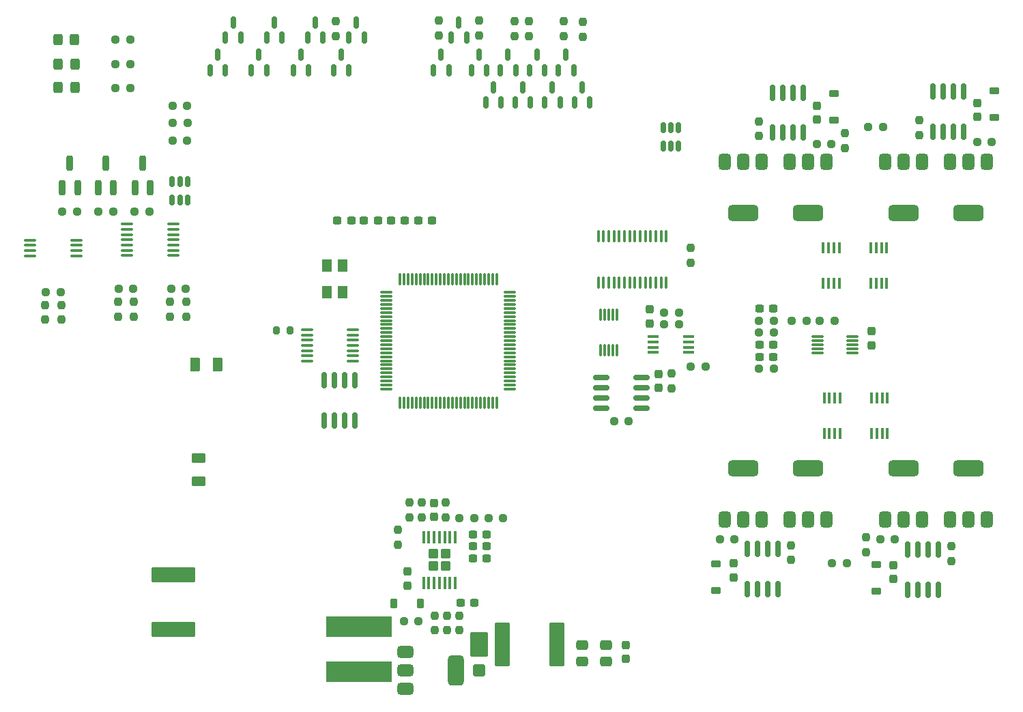
<source format=gbr>
%TF.GenerationSoftware,KiCad,Pcbnew,8.0.1*%
%TF.CreationDate,2024-10-23T11:49:59+02:00*%
%TF.ProjectId,ultrasonic_V3_HW,756c7472-6173-46f6-9e69-635f56335f48,rev?*%
%TF.SameCoordinates,Original*%
%TF.FileFunction,Paste,Top*%
%TF.FilePolarity,Positive*%
%FSLAX46Y46*%
G04 Gerber Fmt 4.6, Leading zero omitted, Abs format (unit mm)*
G04 Created by KiCad (PCBNEW 8.0.1) date 2024-10-23 11:49:59*
%MOMM*%
%LPD*%
G01*
G04 APERTURE LIST*
G04 Aperture macros list*
%AMRoundRect*
0 Rectangle with rounded corners*
0 $1 Rounding radius*
0 $2 $3 $4 $5 $6 $7 $8 $9 X,Y pos of 4 corners*
0 Add a 4 corners polygon primitive as box body*
4,1,4,$2,$3,$4,$5,$6,$7,$8,$9,$2,$3,0*
0 Add four circle primitives for the rounded corners*
1,1,$1+$1,$2,$3*
1,1,$1+$1,$4,$5*
1,1,$1+$1,$6,$7*
1,1,$1+$1,$8,$9*
0 Add four rect primitives between the rounded corners*
20,1,$1+$1,$2,$3,$4,$5,0*
20,1,$1+$1,$4,$5,$6,$7,0*
20,1,$1+$1,$6,$7,$8,$9,0*
20,1,$1+$1,$8,$9,$2,$3,0*%
G04 Aperture macros list end*
%ADD10RoundRect,0.237500X-0.237500X0.250000X-0.237500X-0.250000X0.237500X-0.250000X0.237500X0.250000X0*%
%ADD11RoundRect,0.237500X0.237500X-0.300000X0.237500X0.300000X-0.237500X0.300000X-0.237500X-0.300000X0*%
%ADD12RoundRect,0.237500X-0.250000X-0.237500X0.250000X-0.237500X0.250000X0.237500X-0.250000X0.237500X0*%
%ADD13RoundRect,0.237500X0.237500X-0.250000X0.237500X0.250000X-0.237500X0.250000X-0.237500X-0.250000X0*%
%ADD14RoundRect,0.237500X-0.237500X0.300000X-0.237500X-0.300000X0.237500X-0.300000X0.237500X0.300000X0*%
%ADD15RoundRect,0.150000X0.150000X-0.587500X0.150000X0.587500X-0.150000X0.587500X-0.150000X-0.587500X0*%
%ADD16RoundRect,0.250000X-0.325000X-0.450000X0.325000X-0.450000X0.325000X0.450000X-0.325000X0.450000X0*%
%ADD17RoundRect,0.375000X-0.625000X-0.375000X0.625000X-0.375000X0.625000X0.375000X-0.625000X0.375000X0*%
%ADD18RoundRect,0.500000X-0.500000X-1.400000X0.500000X-1.400000X0.500000X1.400000X-0.500000X1.400000X0*%
%ADD19RoundRect,0.150000X-0.150000X0.825000X-0.150000X-0.825000X0.150000X-0.825000X0.150000X0.825000X0*%
%ADD20RoundRect,0.100000X0.637500X0.100000X-0.637500X0.100000X-0.637500X-0.100000X0.637500X-0.100000X0*%
%ADD21RoundRect,0.225000X0.225000X0.375000X-0.225000X0.375000X-0.225000X-0.375000X0.225000X-0.375000X0*%
%ADD22RoundRect,0.225000X0.375000X-0.225000X0.375000X0.225000X-0.375000X0.225000X-0.375000X-0.225000X0*%
%ADD23RoundRect,0.200000X0.200000X-0.750000X0.200000X0.750000X-0.200000X0.750000X-0.200000X-0.750000X0*%
%ADD24RoundRect,0.035000X0.700000X0.105000X-0.700000X0.105000X-0.700000X-0.105000X0.700000X-0.105000X0*%
%ADD25RoundRect,0.237500X0.250000X0.237500X-0.250000X0.237500X-0.250000X-0.237500X0.250000X-0.237500X0*%
%ADD26RoundRect,0.237500X-0.300000X-0.237500X0.300000X-0.237500X0.300000X0.237500X-0.300000X0.237500X0*%
%ADD27RoundRect,0.100000X-0.637500X-0.100000X0.637500X-0.100000X0.637500X0.100000X-0.637500X0.100000X0*%
%ADD28RoundRect,0.150000X0.150000X-0.825000X0.150000X0.825000X-0.150000X0.825000X-0.150000X-0.825000X0*%
%ADD29RoundRect,0.100000X0.100000X-0.637500X0.100000X0.637500X-0.100000X0.637500X-0.100000X-0.637500X0*%
%ADD30R,1.450000X0.450000*%
%ADD31RoundRect,0.237500X0.300000X0.237500X-0.300000X0.237500X-0.300000X-0.237500X0.300000X-0.237500X0*%
%ADD32RoundRect,0.225000X-0.375000X0.225000X-0.375000X-0.225000X0.375000X-0.225000X0.375000X0.225000X0*%
%ADD33RoundRect,0.375000X0.375000X-0.625000X0.375000X0.625000X-0.375000X0.625000X-0.375000X-0.625000X0*%
%ADD34RoundRect,0.500000X1.400000X-0.500000X1.400000X0.500000X-1.400000X0.500000X-1.400000X-0.500000X0*%
%ADD35RoundRect,0.375000X-0.375000X0.625000X-0.375000X-0.625000X0.375000X-0.625000X0.375000X0.625000X0*%
%ADD36RoundRect,0.500000X-1.400000X0.500000X-1.400000X-0.500000X1.400000X-0.500000X1.400000X0.500000X0*%
%ADD37R,1.300000X1.600000*%
%ADD38RoundRect,0.150000X0.825000X0.150000X-0.825000X0.150000X-0.825000X-0.150000X0.825000X-0.150000X0*%
%ADD39RoundRect,0.250000X-0.625000X0.375000X-0.625000X-0.375000X0.625000X-0.375000X0.625000X0.375000X0*%
%ADD40R,0.450000X1.450000*%
%ADD41RoundRect,0.150000X0.150000X-0.512500X0.150000X0.512500X-0.150000X0.512500X-0.150000X-0.512500X0*%
%ADD42RoundRect,0.250000X2.475000X-0.712500X2.475000X0.712500X-2.475000X0.712500X-2.475000X-0.712500X0*%
%ADD43RoundRect,0.200000X-0.200000X-0.275000X0.200000X-0.275000X0.200000X0.275000X-0.200000X0.275000X0*%
%ADD44RoundRect,0.250000X-0.850000X1.300000X-0.850000X-1.300000X0.850000X-1.300000X0.850000X1.300000X0*%
%ADD45RoundRect,0.250000X-0.510000X0.500000X-0.510000X-0.500000X0.510000X-0.500000X0.510000X0.500000X0*%
%ADD46R,8.200000X2.600000*%
%ADD47RoundRect,0.075000X-0.662500X-0.075000X0.662500X-0.075000X0.662500X0.075000X-0.662500X0.075000X0*%
%ADD48RoundRect,0.075000X-0.075000X-0.662500X0.075000X-0.662500X0.075000X0.662500X-0.075000X0.662500X0*%
%ADD49RoundRect,0.075000X0.075000X-0.650000X0.075000X0.650000X-0.075000X0.650000X-0.075000X-0.650000X0*%
%ADD50RoundRect,0.250000X-0.375000X-0.625000X0.375000X-0.625000X0.375000X0.625000X-0.375000X0.625000X0*%
%ADD51RoundRect,0.250000X-0.712500X-2.475000X0.712500X-2.475000X0.712500X2.475000X-0.712500X2.475000X0*%
%ADD52RoundRect,0.250000X0.475000X-0.337500X0.475000X0.337500X-0.475000X0.337500X-0.475000X-0.337500X0*%
%ADD53RoundRect,0.250001X0.374999X-0.354999X0.374999X0.354999X-0.374999X0.354999X-0.374999X-0.354999X0*%
%ADD54RoundRect,0.100000X0.100000X-0.687500X0.100000X0.687500X-0.100000X0.687500X-0.100000X-0.687500X0*%
G04 APERTURE END LIST*
D10*
%TO.C,R26*%
X107000000Y-89675000D03*
X107000000Y-91500000D03*
%TD*%
D11*
%TO.C,C59*%
X137700000Y-116362500D03*
X137700000Y-114637500D03*
%TD*%
D12*
%TO.C,R27*%
X105087500Y-88087500D03*
X106912500Y-88087500D03*
%TD*%
D13*
%TO.C,R82*%
X125500000Y-56712500D03*
X125500000Y-54887500D03*
%TD*%
D14*
%TO.C,C6*%
X205100000Y-65037500D03*
X205100000Y-66762500D03*
%TD*%
D15*
%TO.C,D20*%
X149550000Y-60937500D03*
X151450000Y-60937500D03*
X150500000Y-59062500D03*
%TD*%
D16*
%TO.C,D27*%
X91075000Y-57180000D03*
X93125000Y-57180000D03*
%TD*%
D13*
%TO.C,R42*%
X98500000Y-91500000D03*
X98500000Y-89675000D03*
%TD*%
D17*
%TO.C,Q11*%
X134150000Y-133100000D03*
X134150000Y-135400000D03*
D18*
X140450000Y-135400000D03*
D17*
X134150000Y-137700000D03*
%TD*%
D19*
%TO.C,U11*%
X180405000Y-120325000D03*
X179135000Y-120325000D03*
X177865000Y-120325000D03*
X176595000Y-120325000D03*
X176595000Y-125275000D03*
X177865000Y-125275000D03*
X179135000Y-125275000D03*
X180405000Y-125275000D03*
%TD*%
D20*
%TO.C,U6*%
X105362500Y-83950000D03*
X105362500Y-83300000D03*
X105362500Y-82650000D03*
X105362500Y-82000000D03*
X105362500Y-81350000D03*
X105362500Y-80700000D03*
X105362500Y-80050000D03*
X99637500Y-80050000D03*
X99637500Y-80700000D03*
X99637500Y-81350000D03*
X99637500Y-82000000D03*
X99637500Y-82650000D03*
X99637500Y-83300000D03*
X99637500Y-83950000D03*
%TD*%
D14*
%TO.C,C12*%
X191975000Y-93337500D03*
X191975000Y-95062500D03*
%TD*%
D15*
%TO.C,D10*%
X122050000Y-56937500D03*
X123950000Y-56937500D03*
X123000000Y-55062500D03*
%TD*%
D12*
%TO.C,R69*%
X89587500Y-88500000D03*
X91412500Y-88500000D03*
%TD*%
D21*
%TO.C,D3*%
X136037500Y-127100000D03*
X132737500Y-127100000D03*
%TD*%
D22*
%TO.C,D1*%
X207200000Y-66850000D03*
X207200000Y-63550000D03*
%TD*%
D23*
%TO.C,Q6*%
X96050000Y-75500000D03*
X97950000Y-75500000D03*
X97000000Y-72500000D03*
%TD*%
D13*
%TO.C,R28*%
X105000000Y-91500000D03*
X105000000Y-89675000D03*
%TD*%
D24*
%TO.C,U3*%
X189625000Y-96000000D03*
X189625000Y-95500000D03*
X189625000Y-95000000D03*
X189625000Y-94500000D03*
X189625000Y-94000000D03*
X185325000Y-94000000D03*
X185325000Y-94500000D03*
X185325000Y-95000000D03*
X185325000Y-95500000D03*
X185325000Y-96000000D03*
%TD*%
D25*
%TO.C,R14*%
X179887500Y-92000000D03*
X178062500Y-92000000D03*
%TD*%
D15*
%TO.C,D25*%
X155150000Y-64937500D03*
X157050000Y-64937500D03*
X156100000Y-63062500D03*
%TD*%
D26*
%TO.C,R63*%
X129037500Y-79600000D03*
X130762500Y-79600000D03*
%TD*%
D13*
%TO.C,R37*%
X201900000Y-121812500D03*
X201900000Y-119987500D03*
%TD*%
D27*
%TO.C,U18*%
X87637500Y-82025000D03*
X87637500Y-82675000D03*
X87637500Y-83325000D03*
X87637500Y-83975000D03*
X93362500Y-83975000D03*
X93362500Y-83325000D03*
X93362500Y-82675000D03*
X93362500Y-82025000D03*
%TD*%
D13*
%TO.C,R12*%
X143300000Y-56625000D03*
X143300000Y-54800000D03*
%TD*%
D23*
%TO.C,Q15*%
X91600000Y-75500000D03*
X93500000Y-75500000D03*
X92550000Y-72500000D03*
%TD*%
D28*
%TO.C,U16*%
X124070000Y-104375000D03*
X125340000Y-104375000D03*
X126610000Y-104375000D03*
X127880000Y-104375000D03*
X127880000Y-99425000D03*
X126610000Y-99425000D03*
X125340000Y-99425000D03*
X124070000Y-99425000D03*
%TD*%
D12*
%TO.C,R3*%
X105287500Y-69700000D03*
X107112500Y-69700000D03*
%TD*%
D15*
%TO.C,D19*%
X144150000Y-64937500D03*
X146050000Y-64937500D03*
X145100000Y-63062500D03*
%TD*%
D29*
%TO.C,U7*%
X158100000Y-87300000D03*
X158750000Y-87300000D03*
X159400000Y-87300000D03*
X160050000Y-87300000D03*
X160700000Y-87300000D03*
X161350000Y-87300000D03*
X162000000Y-87300000D03*
X162650000Y-87300000D03*
X163300000Y-87300000D03*
X163950000Y-87300000D03*
X164600000Y-87300000D03*
X165250000Y-87300000D03*
X165900000Y-87300000D03*
X166550000Y-87300000D03*
X166550000Y-81575000D03*
X165900000Y-81575000D03*
X165250000Y-81575000D03*
X164600000Y-81575000D03*
X163950000Y-81575000D03*
X163300000Y-81575000D03*
X162650000Y-81575000D03*
X162000000Y-81575000D03*
X161350000Y-81575000D03*
X160700000Y-81575000D03*
X160050000Y-81575000D03*
X159400000Y-81575000D03*
X158750000Y-81575000D03*
X158100000Y-81575000D03*
%TD*%
D25*
%TO.C,R56*%
X142712500Y-116500000D03*
X140887500Y-116500000D03*
%TD*%
D30*
%TO.C,U17*%
X169312500Y-95975000D03*
X169312500Y-95325000D03*
X169312500Y-94675000D03*
X169312500Y-94025000D03*
X164912500Y-94025000D03*
X164912500Y-94675000D03*
X164912500Y-95325000D03*
X164912500Y-95975000D03*
%TD*%
D31*
%TO.C,C56*%
X144250000Y-118500000D03*
X142525000Y-118500000D03*
%TD*%
D23*
%TO.C,Q5*%
X100600000Y-75500000D03*
X102500000Y-75500000D03*
X101550000Y-72500000D03*
%TD*%
D13*
%TO.C,R54*%
X137800000Y-130412500D03*
X137800000Y-128587500D03*
%TD*%
D12*
%TO.C,R34*%
X205087500Y-69900000D03*
X206912500Y-69900000D03*
%TD*%
D20*
%TO.C,U2*%
X127662500Y-97050000D03*
X127662500Y-96400000D03*
X127662500Y-95750000D03*
X127662500Y-95100000D03*
X127662500Y-94450000D03*
X127662500Y-93800000D03*
X127662500Y-93150000D03*
X121937500Y-93150000D03*
X121937500Y-93800000D03*
X121937500Y-94450000D03*
X121937500Y-95100000D03*
X121937500Y-95750000D03*
X121937500Y-96400000D03*
X121937500Y-97050000D03*
%TD*%
D25*
%TO.C,R51*%
X135812500Y-129300000D03*
X133987500Y-129300000D03*
%TD*%
%TO.C,R23*%
X179887500Y-93500000D03*
X178062500Y-93500000D03*
%TD*%
%TO.C,R72*%
X171412500Y-97700000D03*
X169587500Y-97700000D03*
%TD*%
D15*
%TO.C,D8*%
X109950000Y-60937500D03*
X111850000Y-60937500D03*
X110900000Y-59062500D03*
%TD*%
D10*
%TO.C,R32*%
X188700000Y-68787500D03*
X188700000Y-70612500D03*
%TD*%
D26*
%TO.C,R62*%
X125737500Y-79600000D03*
X127462500Y-79600000D03*
%TD*%
D16*
%TO.C,D24*%
X91100000Y-63100000D03*
X93150000Y-63100000D03*
%TD*%
D10*
%TO.C,R44*%
X100500000Y-89675000D03*
X100500000Y-91500000D03*
%TD*%
D32*
%TO.C,D6*%
X172700000Y-122150000D03*
X172700000Y-125450000D03*
%TD*%
D26*
%TO.C,C8*%
X178112500Y-90500000D03*
X179837500Y-90500000D03*
%TD*%
D14*
%TO.C,C1*%
X165600000Y-98637500D03*
X165600000Y-100362500D03*
%TD*%
D33*
%TO.C,Q8*%
X173800000Y-116650000D03*
X176100000Y-116650000D03*
D34*
X176100000Y-110350000D03*
D33*
X178400000Y-116650000D03*
%TD*%
D35*
%TO.C,Q2*%
X186400000Y-72350000D03*
X184100000Y-72350000D03*
D36*
X184100000Y-78650000D03*
D35*
X181800000Y-72350000D03*
%TD*%
D26*
%TO.C,C24*%
X178112500Y-95000000D03*
X179837500Y-95000000D03*
%TD*%
D15*
%TO.C,D16*%
X142350000Y-60937500D03*
X144250000Y-60937500D03*
X143300000Y-59062500D03*
%TD*%
D37*
%TO.C,X1*%
X124400000Y-85150000D03*
X124400000Y-88450000D03*
X126400000Y-88450000D03*
X126400000Y-85150000D03*
%TD*%
D25*
%TO.C,R38*%
X194912500Y-119100000D03*
X193087500Y-119100000D03*
%TD*%
D38*
%TO.C,U4*%
X163450000Y-102905000D03*
X163450000Y-101635000D03*
X163450000Y-100365000D03*
X163450000Y-99095000D03*
X158500000Y-99095000D03*
X158500000Y-100365000D03*
X158500000Y-101635000D03*
X158500000Y-102905000D03*
%TD*%
D15*
%TO.C,D15*%
X125250000Y-60937500D03*
X127150000Y-60937500D03*
X126200000Y-59062500D03*
%TD*%
D12*
%TO.C,R45*%
X96087500Y-78500000D03*
X97912500Y-78500000D03*
%TD*%
D11*
%TO.C,C17*%
X174900000Y-123862500D03*
X174900000Y-122137500D03*
%TD*%
D15*
%TO.C,D14*%
X137650000Y-60937500D03*
X139550000Y-60937500D03*
X138600000Y-59062500D03*
%TD*%
D26*
%TO.C,R64*%
X132375000Y-79600000D03*
X134100000Y-79600000D03*
%TD*%
D16*
%TO.C,D26*%
X91100000Y-60180000D03*
X93150000Y-60180000D03*
%TD*%
D39*
%TO.C,F4*%
X108500000Y-109100000D03*
X108500000Y-111900000D03*
%TD*%
D40*
%TO.C,U21*%
X186125000Y-106000000D03*
X186775000Y-106000000D03*
X187425000Y-106000000D03*
X188075000Y-106000000D03*
X188075000Y-101600000D03*
X187425000Y-101600000D03*
X186775000Y-101600000D03*
X186125000Y-101600000D03*
%TD*%
D15*
%TO.C,D9*%
X116950000Y-56937500D03*
X118850000Y-56937500D03*
X117900000Y-55062500D03*
%TD*%
D13*
%TO.C,R50*%
X136200000Y-116412500D03*
X136200000Y-114587500D03*
%TD*%
%TO.C,R57*%
X139200000Y-116412500D03*
X139200000Y-114587500D03*
%TD*%
%TO.C,R7*%
X167200000Y-100412500D03*
X167200000Y-98587500D03*
%TD*%
D12*
%TO.C,R18*%
X178062500Y-98000000D03*
X179887500Y-98000000D03*
%TD*%
D15*
%TO.C,D7*%
X111850000Y-56937500D03*
X113750000Y-56937500D03*
X112800000Y-55062500D03*
%TD*%
D25*
%TO.C,R5*%
X187412500Y-92000000D03*
X185587500Y-92000000D03*
%TD*%
D14*
%TO.C,C11*%
X164475000Y-90637500D03*
X164475000Y-92362500D03*
%TD*%
D15*
%TO.C,D13*%
X120250000Y-60937500D03*
X122150000Y-60937500D03*
X121200000Y-59062500D03*
%TD*%
D40*
%TO.C,U19*%
X193875000Y-83000000D03*
X193225000Y-83000000D03*
X192575000Y-83000000D03*
X191925000Y-83000000D03*
X191925000Y-87400000D03*
X192575000Y-87400000D03*
X193225000Y-87400000D03*
X193875000Y-87400000D03*
%TD*%
D41*
%TO.C,U24*%
X166150000Y-70337500D03*
X167100000Y-70337500D03*
X168050000Y-70337500D03*
X168050000Y-68062500D03*
X167100000Y-68062500D03*
X166150000Y-68062500D03*
%TD*%
D42*
%TO.C,F2*%
X105400000Y-130287500D03*
X105400000Y-123512500D03*
%TD*%
D10*
%TO.C,R70*%
X91500000Y-90087500D03*
X91500000Y-91912500D03*
%TD*%
D33*
%TO.C,Q10*%
X181800000Y-116650000D03*
X184100000Y-116650000D03*
D34*
X184100000Y-110350000D03*
D33*
X186400000Y-116650000D03*
%TD*%
D40*
%TO.C,U20*%
X192025000Y-106000000D03*
X192675000Y-106000000D03*
X193325000Y-106000000D03*
X193975000Y-106000000D03*
X193975000Y-101600000D03*
X193325000Y-101600000D03*
X192675000Y-101600000D03*
X192025000Y-101600000D03*
%TD*%
D28*
%TO.C,U8*%
X179695000Y-68675000D03*
X180965000Y-68675000D03*
X182235000Y-68675000D03*
X183505000Y-68675000D03*
X183505000Y-63725000D03*
X182235000Y-63725000D03*
X180965000Y-63725000D03*
X179695000Y-63725000D03*
%TD*%
D25*
%TO.C,R55*%
X146300000Y-116500000D03*
X144475000Y-116500000D03*
%TD*%
D22*
%TO.C,D2*%
X187300000Y-67150000D03*
X187300000Y-63850000D03*
%TD*%
D13*
%TO.C,R68*%
X89500000Y-91912500D03*
X89500000Y-90087500D03*
%TD*%
%TO.C,R53*%
X139300000Y-130412500D03*
X139300000Y-128587500D03*
%TD*%
D19*
%TO.C,U10*%
X200305000Y-120425000D03*
X199035000Y-120425000D03*
X197765000Y-120425000D03*
X196495000Y-120425000D03*
X196495000Y-125375000D03*
X197765000Y-125375000D03*
X199035000Y-125375000D03*
X200305000Y-125375000D03*
%TD*%
D25*
%TO.C,R39*%
X175012500Y-119100000D03*
X173187500Y-119100000D03*
%TD*%
D13*
%TO.C,R40*%
X191300000Y-120712500D03*
X191300000Y-118887500D03*
%TD*%
D25*
%TO.C,R46*%
X100037500Y-60220000D03*
X98212500Y-60220000D03*
%TD*%
D15*
%TO.C,D22*%
X151450000Y-64937500D03*
X153350000Y-64937500D03*
X152400000Y-63062500D03*
%TD*%
%TO.C,D11*%
X115050000Y-60937500D03*
X116950000Y-60937500D03*
X116000000Y-59062500D03*
%TD*%
D12*
%TO.C,R31*%
X185187500Y-70100000D03*
X187012500Y-70100000D03*
%TD*%
D10*
%TO.C,R20*%
X133200000Y-117987500D03*
X133200000Y-119812500D03*
%TD*%
%TO.C,R30*%
X178000000Y-67287500D03*
X178000000Y-69112500D03*
%TD*%
D41*
%TO.C,U23*%
X105250000Y-77037500D03*
X106200000Y-77037500D03*
X107150000Y-77037500D03*
X107150000Y-74762500D03*
X106200000Y-74762500D03*
X105250000Y-74762500D03*
%TD*%
D12*
%TO.C,R47*%
X91587500Y-78500000D03*
X93412500Y-78500000D03*
%TD*%
D11*
%TO.C,C58*%
X134387500Y-124862500D03*
X134387500Y-123137500D03*
%TD*%
D15*
%TO.C,D17*%
X139850000Y-56937500D03*
X141750000Y-56937500D03*
X140800000Y-55062500D03*
%TD*%
D13*
%TO.C,R75*%
X156200000Y-56812500D03*
X156200000Y-54987500D03*
%TD*%
D31*
%TO.C,C57*%
X144250000Y-120000000D03*
X142525000Y-120000000D03*
%TD*%
D26*
%TO.C,R65*%
X135737500Y-79600000D03*
X137462500Y-79600000D03*
%TD*%
D14*
%TO.C,C5*%
X185200000Y-65337500D03*
X185200000Y-67062500D03*
%TD*%
D12*
%TO.C,R41*%
X187087500Y-122100000D03*
X188912500Y-122100000D03*
%TD*%
D43*
%TO.C,R71*%
X118175000Y-93200000D03*
X119825000Y-93200000D03*
%TD*%
D28*
%TO.C,U9*%
X199595000Y-68575000D03*
X200865000Y-68575000D03*
X202135000Y-68575000D03*
X203405000Y-68575000D03*
X203405000Y-63625000D03*
X202135000Y-63625000D03*
X200865000Y-63625000D03*
X199595000Y-63625000D03*
%TD*%
D12*
%TO.C,R43*%
X98587500Y-88087500D03*
X100412500Y-88087500D03*
%TD*%
D35*
%TO.C,Q4*%
X198300000Y-72350000D03*
X196000000Y-72350000D03*
D36*
X196000000Y-78650000D03*
D35*
X193700000Y-72350000D03*
%TD*%
D12*
%TO.C,R29*%
X160062500Y-104500000D03*
X161887500Y-104500000D03*
%TD*%
%TO.C,R58*%
X100587500Y-78500000D03*
X102412500Y-78500000D03*
%TD*%
D44*
%TO.C,D4*%
X143300000Y-132190000D03*
D45*
X143300000Y-135410000D03*
%TD*%
D35*
%TO.C,Q3*%
X206300000Y-72350000D03*
X204000000Y-72350000D03*
D36*
X204000000Y-78650000D03*
D35*
X201700000Y-72350000D03*
%TD*%
%TO.C,Q1*%
X178400000Y-72350000D03*
X176100000Y-72350000D03*
D36*
X176100000Y-78650000D03*
D35*
X173800000Y-72350000D03*
%TD*%
D15*
%TO.C,D21*%
X147800000Y-64937500D03*
X149700000Y-64937500D03*
X148750000Y-63062500D03*
%TD*%
D12*
%TO.C,R17*%
X166287500Y-91000000D03*
X168112500Y-91000000D03*
%TD*%
D11*
%TO.C,C16*%
X194700000Y-124062500D03*
X194700000Y-122337500D03*
%TD*%
D13*
%TO.C,R11*%
X138300000Y-56612500D03*
X138300000Y-54787500D03*
%TD*%
D12*
%TO.C,R6*%
X105275000Y-65410000D03*
X107100000Y-65410000D03*
%TD*%
D46*
%TO.C,L2*%
X128387500Y-130000000D03*
X128387500Y-135600000D03*
%TD*%
D13*
%TO.C,R36*%
X182000000Y-121712500D03*
X182000000Y-119887500D03*
%TD*%
D47*
%TO.C,U1*%
X131837500Y-88500000D03*
X131837500Y-89000000D03*
X131837500Y-89500000D03*
X131837500Y-90000000D03*
X131837500Y-90500000D03*
X131837500Y-91000000D03*
X131837500Y-91500000D03*
X131837500Y-92000000D03*
X131837500Y-92500000D03*
X131837500Y-93000000D03*
X131837500Y-93500000D03*
X131837500Y-94000000D03*
X131837500Y-94500000D03*
X131837500Y-95000000D03*
X131837500Y-95500000D03*
X131837500Y-96000000D03*
X131837500Y-96500000D03*
X131837500Y-97000000D03*
X131837500Y-97500000D03*
X131837500Y-98000000D03*
X131837500Y-98500000D03*
X131837500Y-99000000D03*
X131837500Y-99500000D03*
X131837500Y-100000000D03*
X131837500Y-100500000D03*
D48*
X133500000Y-102162500D03*
X134000000Y-102162500D03*
X134500000Y-102162500D03*
X135000000Y-102162500D03*
X135500000Y-102162500D03*
X136000000Y-102162500D03*
X136500000Y-102162500D03*
X137000000Y-102162500D03*
X137500000Y-102162500D03*
X138000000Y-102162500D03*
X138500000Y-102162500D03*
X139000000Y-102162500D03*
X139500000Y-102162500D03*
X140000000Y-102162500D03*
X140500000Y-102162500D03*
X141000000Y-102162500D03*
X141500000Y-102162500D03*
X142000000Y-102162500D03*
X142500000Y-102162500D03*
X143000000Y-102162500D03*
X143500000Y-102162500D03*
X144000000Y-102162500D03*
X144500000Y-102162500D03*
X145000000Y-102162500D03*
X145500000Y-102162500D03*
D47*
X147162500Y-100500000D03*
X147162500Y-100000000D03*
X147162500Y-99500000D03*
X147162500Y-99000000D03*
X147162500Y-98500000D03*
X147162500Y-98000000D03*
X147162500Y-97500000D03*
X147162500Y-97000000D03*
X147162500Y-96500000D03*
X147162500Y-96000000D03*
X147162500Y-95500000D03*
X147162500Y-95000000D03*
X147162500Y-94500000D03*
X147162500Y-94000000D03*
X147162500Y-93500000D03*
X147162500Y-93000000D03*
X147162500Y-92500000D03*
X147162500Y-92000000D03*
X147162500Y-91500000D03*
X147162500Y-91000000D03*
X147162500Y-90500000D03*
X147162500Y-90000000D03*
X147162500Y-89500000D03*
X147162500Y-89000000D03*
X147162500Y-88500000D03*
D48*
X145500000Y-86837500D03*
X145000000Y-86837500D03*
X144500000Y-86837500D03*
X144000000Y-86837500D03*
X143500000Y-86837500D03*
X143000000Y-86837500D03*
X142500000Y-86837500D03*
X142000000Y-86837500D03*
X141500000Y-86837500D03*
X141000000Y-86837500D03*
X140500000Y-86837500D03*
X140000000Y-86837500D03*
X139500000Y-86837500D03*
X139000000Y-86837500D03*
X138500000Y-86837500D03*
X138000000Y-86837500D03*
X137500000Y-86837500D03*
X137000000Y-86837500D03*
X136500000Y-86837500D03*
X136000000Y-86837500D03*
X135500000Y-86837500D03*
X135000000Y-86837500D03*
X134500000Y-86837500D03*
X134000000Y-86837500D03*
X133500000Y-86837500D03*
%TD*%
D15*
%TO.C,D18*%
X145950000Y-60937500D03*
X147850000Y-60937500D03*
X146900000Y-59062500D03*
%TD*%
D13*
%TO.C,R73*%
X149500000Y-56712500D03*
X149500000Y-54887500D03*
%TD*%
D25*
%TO.C,R8*%
X183912500Y-92000000D03*
X182087500Y-92000000D03*
%TD*%
D40*
%TO.C,U22*%
X187975000Y-83000000D03*
X187325000Y-83000000D03*
X186675000Y-83000000D03*
X186025000Y-83000000D03*
X186025000Y-87400000D03*
X186675000Y-87400000D03*
X187325000Y-87400000D03*
X187975000Y-87400000D03*
%TD*%
D49*
%TO.C,U5*%
X158400000Y-95700000D03*
X158900000Y-95700000D03*
X159400000Y-95700000D03*
X159900000Y-95700000D03*
X160400000Y-95700000D03*
X160400000Y-91300000D03*
X159900000Y-91300000D03*
X159400000Y-91300000D03*
X158900000Y-91300000D03*
X158400000Y-91300000D03*
%TD*%
D26*
%TO.C,C61*%
X141025000Y-127000000D03*
X142750000Y-127000000D03*
%TD*%
D32*
%TO.C,D5*%
X192600000Y-122250000D03*
X192600000Y-125550000D03*
%TD*%
D12*
%TO.C,R16*%
X166287500Y-92500000D03*
X168112500Y-92500000D03*
%TD*%
D15*
%TO.C,D23*%
X153150000Y-60937500D03*
X155050000Y-60937500D03*
X154100000Y-59062500D03*
%TD*%
D13*
%TO.C,R74*%
X153800000Y-56712500D03*
X153800000Y-54887500D03*
%TD*%
D50*
%TO.C,F3*%
X108100000Y-97462500D03*
X110900000Y-97462500D03*
%TD*%
D26*
%TO.C,R49*%
X142525000Y-121500000D03*
X144250000Y-121500000D03*
%TD*%
D33*
%TO.C,Q7*%
X193700000Y-116650000D03*
X196000000Y-116650000D03*
D34*
X196000000Y-110350000D03*
D33*
X198300000Y-116650000D03*
%TD*%
D25*
%TO.C,R67*%
X100012500Y-57180000D03*
X98187500Y-57180000D03*
%TD*%
D10*
%TO.C,R33*%
X197900000Y-67187500D03*
X197900000Y-69012500D03*
%TD*%
D51*
%TO.C,F1*%
X146212500Y-132200000D03*
X152987500Y-132200000D03*
%TD*%
D12*
%TO.C,R4*%
X105300000Y-67500000D03*
X107125000Y-67500000D03*
%TD*%
D10*
%TO.C,R25*%
X169600000Y-82987500D03*
X169600000Y-84812500D03*
%TD*%
D52*
%TO.C,C15*%
X156090000Y-134300000D03*
X156090000Y-132225000D03*
%TD*%
%TO.C,C62*%
X159100000Y-134300000D03*
X159100000Y-132225000D03*
%TD*%
D53*
%TO.C,U15*%
X137612500Y-122450000D03*
X139162500Y-122450000D03*
X137612500Y-120950000D03*
X139162500Y-120950000D03*
D54*
X136437500Y-124562500D03*
X137087500Y-124562500D03*
X137737500Y-124562500D03*
X138387500Y-124562500D03*
X139037500Y-124562500D03*
X139687500Y-124562500D03*
X140337500Y-124562500D03*
X140337500Y-118837500D03*
X139687500Y-118837500D03*
X139037500Y-118837500D03*
X138387500Y-118837500D03*
X137737500Y-118837500D03*
X137087500Y-118837500D03*
X136437500Y-118837500D03*
%TD*%
D25*
%TO.C,R35*%
X193412500Y-68000000D03*
X191587500Y-68000000D03*
%TD*%
D10*
%TO.C,R52*%
X140887500Y-128587500D03*
X140887500Y-130412500D03*
%TD*%
D25*
%TO.C,R59*%
X100037500Y-63180000D03*
X98212500Y-63180000D03*
%TD*%
D14*
%TO.C,C63*%
X161500000Y-132237500D03*
X161500000Y-133962500D03*
%TD*%
D13*
%TO.C,R13*%
X147700000Y-56712500D03*
X147700000Y-54887500D03*
%TD*%
D15*
%TO.C,D12*%
X127150000Y-56937500D03*
X129050000Y-56937500D03*
X128100000Y-55062500D03*
%TD*%
D26*
%TO.C,C10*%
X178112500Y-96500000D03*
X179837500Y-96500000D03*
%TD*%
D10*
%TO.C,R48*%
X134700000Y-114587500D03*
X134700000Y-116412500D03*
%TD*%
D33*
%TO.C,Q9*%
X201700000Y-116650000D03*
X204000000Y-116650000D03*
D34*
X204000000Y-110350000D03*
D33*
X206300000Y-116650000D03*
%TD*%
M02*

</source>
